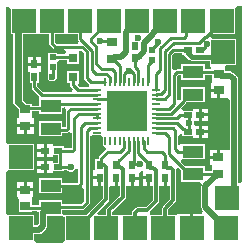
<source format=gtl>
G04*
G04 #@! TF.GenerationSoftware,Altium Limited,Altium Designer,25.0.2 (28)*
G04*
G04 Layer_Physical_Order=1*
G04 Layer_Color=255*
%FSLAX44Y44*%
%MOMM*%
G71*
G04*
G04 #@! TF.SameCoordinates,094DCD80-2F59-4459-B3C7-35127A891B43*
G04*
G04*
G04 #@! TF.FilePolarity,Positive*
G04*
G01*
G75*
%ADD11C,0.2540*%
%ADD12C,0.3000*%
%ADD15R,1.8000X1.1000*%
%ADD16R,0.9000X0.8000*%
%ADD17R,0.8000X0.8000*%
%ADD28R,0.5400X0.7901*%
%ADD29R,0.5400X0.5657*%
%ADD30R,0.7901X0.5400*%
%ADD31O,0.8000X0.2000*%
%ADD32O,0.2000X0.8000*%
%ADD33R,3.4000X3.4000*%
%ADD34C,0.4000*%
%ADD35C,0.5000*%
%ADD36C,0.3500*%
%ADD37C,0.6000*%
%ADD38R,2.0000X2.0000*%
%ADD39C,0.6000*%
G36*
X36661Y169305D02*
X36837Y168419D01*
X37339Y167668D01*
X40273Y164733D01*
X41024Y164232D01*
X41910Y164056D01*
X49310D01*
X50792Y161669D01*
X50508Y160983D01*
X49574Y160067D01*
X43392D01*
Y161327D01*
X35992D01*
Y155211D01*
X35992Y153671D01*
X35992Y151131D01*
Y145014D01*
X35992D01*
X35712Y142590D01*
X35370Y141766D01*
Y140174D01*
X35979Y138704D01*
X37104Y137579D01*
X38574Y136970D01*
X40166D01*
X41636Y137579D01*
X42761Y138704D01*
X43370Y140174D01*
Y141766D01*
X43076Y142474D01*
X43392Y145014D01*
X43392D01*
X43392Y153642D01*
X45188Y155438D01*
X51513D01*
Y151968D01*
X61513D01*
Y161516D01*
X61513Y161968D01*
X61861Y162632D01*
X64275Y162927D01*
X66266Y161094D01*
Y139700D01*
X66442Y138814D01*
X66943Y138063D01*
X69979Y135028D01*
X70729Y134527D01*
X70756Y134521D01*
X70505Y131981D01*
X62195D01*
X60860Y133657D01*
X61516Y135979D01*
X61516D01*
Y145979D01*
X51516D01*
Y135979D01*
X54201D01*
Y133984D01*
X54378Y133098D01*
X54879Y132347D01*
X56884Y130343D01*
X55832Y127803D01*
X31680D01*
X26444Y133039D01*
Y135649D01*
X27830D01*
Y145010D01*
X29370D01*
Y150231D01*
X24130D01*
X18890D01*
Y145010D01*
X20430D01*
Y135649D01*
X21816D01*
Y132080D01*
X21992Y131194D01*
X22493Y130443D01*
X28034Y124902D01*
X27763Y122362D01*
X27763Y122362D01*
Y116397D01*
X22009D01*
Y118256D01*
X17277D01*
X14238Y121294D01*
Y177203D01*
X25435D01*
X26008Y177203D01*
X27975D01*
X28548Y177203D01*
X36661D01*
Y169305D01*
D02*
G37*
G36*
X60627Y173278D02*
X60803Y172393D01*
X61305Y171642D01*
X61916Y171031D01*
X60944Y168685D01*
X42869D01*
X41290Y170264D01*
Y177203D01*
X49975D01*
Y177203D01*
X51942D01*
Y177203D01*
X60627D01*
Y173278D01*
D02*
G37*
G36*
X148890Y159529D02*
X151136D01*
X151677Y158719D01*
X155030Y155366D01*
X155030Y155366D01*
X156022Y154703D01*
X157193Y154470D01*
X173084D01*
Y150816D01*
X173084D01*
X173766Y148276D01*
X172940Y147147D01*
X172882Y147111D01*
X168477D01*
Y151296D01*
X148477D01*
Y147111D01*
X144796D01*
X143911Y146934D01*
X143333Y146548D01*
X142204Y146800D01*
X140793Y147385D01*
Y159109D01*
X142597Y160914D01*
X148890D01*
Y159529D01*
D02*
G37*
G36*
X174898Y138455D02*
X174898Y138376D01*
X174706Y135915D01*
X173358D01*
Y130645D01*
X180398D01*
Y129375D01*
X181668D01*
Y122835D01*
X186931D01*
X187438Y122835D01*
X189471Y121613D01*
Y79221D01*
X186989Y79082D01*
X186931Y79082D01*
X181219D01*
Y72542D01*
X179949D01*
Y71272D01*
X172909D01*
Y66002D01*
X174257D01*
X174449Y63542D01*
X174449Y63462D01*
Y60877D01*
X168477D01*
Y65063D01*
X151751D01*
X148160Y68654D01*
X149344Y71062D01*
X168477D01*
Y84062D01*
X148477D01*
Y84062D01*
X145937Y83483D01*
X145824Y83558D01*
Y91152D01*
X148364Y92578D01*
X148820Y92299D01*
X148889Y92160D01*
Y90548D01*
X158251D01*
Y89008D01*
X163471D01*
Y94248D01*
Y99488D01*
X159819D01*
X158940Y100804D01*
Y102396D01*
X159584Y103360D01*
X163471D01*
Y108600D01*
Y113840D01*
X158251D01*
Y112300D01*
X149645D01*
X148384Y114631D01*
X152384Y118631D01*
X152829Y119297D01*
X168477D01*
Y132297D01*
X148477D01*
Y122039D01*
X147635Y121250D01*
X147160Y120945D01*
X145333Y121637D01*
X144662Y122175D01*
Y141389D01*
X145755Y142482D01*
X148477D01*
Y138296D01*
X168477D01*
Y142482D01*
X174898D01*
Y138455D01*
D02*
G37*
G36*
X4008Y198477D02*
Y177203D01*
X6082D01*
Y119605D01*
X6082Y119605D01*
X6392Y118044D01*
X7276Y116721D01*
X11009Y112988D01*
Y108335D01*
X11009Y108256D01*
X10817Y105795D01*
X9469D01*
Y100525D01*
X16509D01*
X23549D01*
Y105795D01*
X22201D01*
X22009Y108256D01*
X22009Y108335D01*
Y111768D01*
X27763D01*
Y109362D01*
X47763D01*
Y114574D01*
X49840Y114885D01*
X50744Y112489D01*
X50568Y111603D01*
Y98357D01*
X50436Y98225D01*
X47763D01*
Y103363D01*
X27763D01*
Y90363D01*
X47763D01*
Y93596D01*
X51395D01*
X52280Y93772D01*
X53031Y94274D01*
X53158Y94401D01*
X55698Y93349D01*
Y80828D01*
X55566Y80696D01*
X48977D01*
Y82081D01*
X39616D01*
Y83621D01*
X34396D01*
Y78381D01*
Y73141D01*
X39616D01*
Y74681D01*
X43889D01*
Y68104D01*
X39616D01*
Y69644D01*
X34396D01*
Y64404D01*
Y59164D01*
X39616D01*
Y60704D01*
X48977D01*
Y62194D01*
X51668D01*
X52640Y61223D01*
X54110Y60614D01*
X55701D01*
X57172Y61223D01*
X58297Y62348D01*
X58574Y63016D01*
X61114Y62511D01*
Y51224D01*
X60981Y51091D01*
X47763D01*
Y55277D01*
X27763D01*
Y42277D01*
X47763D01*
Y46462D01*
X61940D01*
X62826Y46639D01*
X63577Y47140D01*
X63726Y47289D01*
X66266Y46237D01*
Y35249D01*
X63811Y32794D01*
X47763D01*
Y36278D01*
X27763D01*
Y32092D01*
X21729D01*
Y36208D01*
X21729Y36287D01*
X21921Y38748D01*
X23269D01*
Y44018D01*
X16229D01*
X9189D01*
Y38748D01*
X10537D01*
X10729Y36287D01*
X10729Y36208D01*
Y26287D01*
X21729D01*
Y27463D01*
X25241D01*
X27695Y26778D01*
Y16231D01*
X26462Y14999D01*
X23776D01*
Y23453D01*
X2540D01*
X1776Y23453D01*
X0Y25258D01*
Y60394D01*
X1975Y61756D01*
X2540Y61757D01*
X23976D01*
Y83757D01*
X2540D01*
X1975Y83757D01*
X0Y85119D01*
Y199554D01*
X1840Y200100D01*
X4008Y198477D01*
D02*
G37*
G36*
X200123Y200615D02*
Y51967D01*
X197583Y50550D01*
X196624Y51142D01*
X196609Y51166D01*
Y138947D01*
X196337Y140312D01*
X195563Y141470D01*
X192634Y144399D01*
X191477Y145173D01*
X190111Y145444D01*
X185898D01*
Y148376D01*
X185898D01*
X186138Y150816D01*
X195084D01*
Y172816D01*
X174254D01*
X173202Y175356D01*
X175049Y177203D01*
X193776D01*
Y199203D01*
X195712Y200660D01*
X200079D01*
X200123Y200615D01*
D02*
G37*
G36*
X136060Y48814D02*
X139160D01*
Y37355D01*
X132818Y31012D01*
X132265Y30185D01*
X132071Y29210D01*
Y23453D01*
X122833D01*
X122400Y23868D01*
X122284Y26879D01*
X128983Y33577D01*
X129590Y34487D01*
X129804Y35560D01*
Y48814D01*
X133520D01*
Y55305D01*
X136060D01*
Y48814D01*
D02*
G37*
G36*
X115623Y61035D02*
X115690Y60947D01*
Y56575D01*
X120930D01*
Y55305D01*
X122200D01*
Y48814D01*
X124196D01*
Y36721D01*
X118219Y30744D01*
X111760D01*
X110687Y30530D01*
X109777Y29923D01*
X107727Y27872D01*
X107119Y26963D01*
X106906Y25890D01*
Y23453D01*
X98135D01*
Y23453D01*
X95963D01*
Y23453D01*
X90214D01*
Y26559D01*
X101006Y37351D01*
X101614Y38261D01*
X101828Y39334D01*
Y45960D01*
X101831Y48499D01*
X105801D01*
Y54990D01*
X107071D01*
Y56260D01*
X112311D01*
Y59081D01*
X114583Y61132D01*
X114770Y61169D01*
X115623Y61035D01*
D02*
G37*
G36*
X94481Y48612D02*
X96220D01*
Y40495D01*
X85428Y29703D01*
X84820Y28793D01*
X84606Y27720D01*
Y23453D01*
X78303D01*
X77331Y25800D01*
X86892Y35361D01*
X87445Y36188D01*
X87639Y37163D01*
Y46210D01*
X87971Y48612D01*
X91941D01*
Y55102D01*
X94481D01*
Y48612D01*
D02*
G37*
G36*
X73465Y91781D02*
X74245Y91626D01*
X80245D01*
X80500Y91483D01*
X82062Y89921D01*
X82205Y89665D01*
Y83665D01*
X82360Y82885D01*
X82802Y82223D01*
X83464Y81781D01*
X83996Y81675D01*
X84393Y80929D01*
X84776Y79142D01*
X84723Y79107D01*
X79067Y73450D01*
X78565Y72699D01*
X78389Y71813D01*
Y71156D01*
X75652D01*
Y61795D01*
X74112D01*
Y56575D01*
X79352D01*
Y55305D01*
X80622D01*
Y48814D01*
X82541D01*
Y38219D01*
X67775Y23453D01*
X50303D01*
X49791Y23453D01*
X47763Y24690D01*
Y28166D01*
X64770D01*
X65656Y28342D01*
X66407Y28843D01*
X70217Y32653D01*
X70718Y33404D01*
X70894Y34290D01*
Y90676D01*
X71304Y91008D01*
X73435Y91801D01*
X73465Y91781D01*
D02*
G37*
G36*
X148477Y61790D02*
Y52063D01*
X164463D01*
X165716Y49523D01*
X165613Y49369D01*
X165341Y48003D01*
Y30283D01*
X165613Y28918D01*
X166387Y27760D01*
X166807Y27340D01*
X165835Y24993D01*
X158750D01*
Y12453D01*
X156210D01*
Y24993D01*
X144940D01*
X144308Y23453D01*
X137169D01*
Y28154D01*
X143511Y34497D01*
X144064Y35324D01*
X144258Y36299D01*
Y61998D01*
X144154Y62521D01*
X145390Y63608D01*
X146249Y64019D01*
X148477Y61790D01*
D02*
G37*
G36*
X47251Y23278D02*
X47763Y23278D01*
X49791Y22041D01*
Y1453D01*
X47784Y165D01*
X25751Y89D01*
X23776Y2622D01*
Y7861D01*
X27940D01*
X29306Y8133D01*
X30463Y8907D01*
X33787Y12230D01*
X34560Y13388D01*
X34832Y14753D01*
Y23278D01*
X47251D01*
D02*
G37*
%LPC*%
G36*
X29370Y157991D02*
X25400D01*
Y152771D01*
X29370D01*
Y157991D01*
D02*
G37*
G36*
X22860D02*
X18890D01*
Y152771D01*
X22860D01*
Y157991D01*
D02*
G37*
G36*
X179128Y128105D02*
X173358D01*
Y122835D01*
X179128D01*
Y128105D01*
D02*
G37*
G36*
X171231Y113840D02*
X166011D01*
Y109870D01*
X171231D01*
Y113840D01*
D02*
G37*
G36*
Y107330D02*
X166011D01*
Y103360D01*
X171231D01*
Y107330D01*
D02*
G37*
G36*
Y99488D02*
X166011D01*
Y95518D01*
X171231D01*
Y99488D01*
D02*
G37*
G36*
Y92978D02*
X166011D01*
Y89008D01*
X171231D01*
Y92978D01*
D02*
G37*
G36*
X178679Y79082D02*
X172909D01*
Y73812D01*
X178679D01*
Y79082D01*
D02*
G37*
G36*
X23549Y97985D02*
X17779D01*
Y92715D01*
X23549D01*
Y97985D01*
D02*
G37*
G36*
X15239D02*
X9469D01*
Y92715D01*
X15239D01*
Y97985D01*
D02*
G37*
G36*
X31856Y83621D02*
X26635D01*
Y79651D01*
X31856D01*
Y83621D01*
D02*
G37*
G36*
Y77111D02*
X26635D01*
Y73141D01*
X31856D01*
Y77111D01*
D02*
G37*
G36*
Y69644D02*
X26635D01*
Y65674D01*
X31856D01*
Y69644D01*
D02*
G37*
G36*
Y63134D02*
X26635D01*
Y59164D01*
X31856D01*
Y63134D01*
D02*
G37*
G36*
X23269Y51828D02*
X17499D01*
Y46558D01*
X23269D01*
Y51828D01*
D02*
G37*
G36*
X14959D02*
X9189D01*
Y46558D01*
X14959D01*
Y51828D01*
D02*
G37*
G36*
X119660Y54035D02*
X115690D01*
Y48814D01*
X119660D01*
Y54035D01*
D02*
G37*
G36*
X112311Y53720D02*
X108341D01*
Y48499D01*
X112311D01*
Y53720D01*
D02*
G37*
G36*
X78082Y54035D02*
X74112D01*
Y48814D01*
X78082D01*
Y54035D01*
D02*
G37*
%LPD*%
D11*
X55045Y113765D02*
X77145D01*
X77245Y113665D01*
X61589Y109667D02*
X77245D01*
X123302Y164100D02*
X128353Y169151D01*
X123302Y163972D02*
Y164100D01*
X128353Y169151D02*
Y170003D01*
X91026Y121666D02*
X92096Y120596D01*
X77245Y121666D02*
X91026D01*
X79399Y171297D02*
X88707D01*
X89776Y170229D01*
X78179Y179473D02*
X86702Y187996D01*
X71793Y172881D02*
X78179Y179266D01*
X71793Y170777D02*
Y172881D01*
X78179Y179266D02*
Y179473D01*
X71793Y170777D02*
X76636Y165934D01*
X86702Y187996D02*
X86909D01*
X76636Y151964D02*
Y165934D01*
X62942Y173278D02*
X73096Y163124D01*
Y146614D02*
Y163124D01*
X76636Y151964D02*
X81280Y147320D01*
X73096Y146614D02*
X76200Y143510D01*
X68580Y139700D02*
X71615Y136665D01*
X64770Y166370D02*
X68580Y162560D01*
Y139700D02*
Y162560D01*
X41910Y166370D02*
X64770D01*
X165991Y163229D02*
X169386Y166623D01*
Y168003D02*
X170048Y168665D01*
X164741Y163229D02*
X165991D01*
X169386Y166623D02*
Y168003D01*
X141989Y169738D02*
X163667D01*
X168535Y174605D01*
X108264Y67038D02*
Y86645D01*
Y66226D02*
Y67038D01*
X113306D01*
X108218D02*
X108264D01*
X107071Y65891D02*
X108218Y67038D01*
X130736Y164933D02*
X139793Y173990D01*
X151130D01*
X130736Y147008D02*
Y164933D01*
X168535Y174605D02*
X169178D01*
X182605Y188032D01*
Y188203D01*
X46203Y64404D02*
Y78381D01*
X70981Y97395D02*
X76975D01*
X68580Y94994D02*
X70981Y97395D01*
X68580Y34290D02*
Y94994D01*
X63428Y98253D02*
X66571Y101396D01*
X63428Y50265D02*
Y98253D01*
X61940Y48777D02*
X63428Y50265D01*
X66571Y101396D02*
X76975D01*
X46203Y64404D02*
X46308Y64509D01*
X54801D02*
X54906Y64614D01*
X46308Y64509D02*
X54801D01*
X44027Y64404D02*
X46203D01*
X77245Y105666D02*
Y109667D01*
X154940Y101600D02*
Y107500D01*
X153840Y108600D02*
X154940Y107500D01*
Y95348D02*
Y101600D01*
X153840Y94248D02*
X154940Y95348D01*
X12975Y72757D02*
X14339Y71393D01*
X79111Y66446D02*
X80703Y68039D01*
X86360Y77470D02*
X96520D01*
X95031Y66206D02*
Y69161D01*
X80703Y68039D02*
Y71813D01*
X104244Y78373D02*
Y86665D01*
X95031Y69161D02*
X104244Y78373D01*
X80703Y71813D02*
X86360Y77470D01*
X96520D02*
X99976Y80926D01*
X18163Y29778D02*
X34263D01*
X151130Y173990D02*
X152618Y175478D01*
Y182012D02*
X158809Y188203D01*
X152618Y175478D02*
Y182012D01*
X134938Y162687D02*
X141989Y169738D01*
X134938Y129736D02*
Y162687D01*
X127245Y143518D02*
X130736Y147008D01*
X138478Y125917D02*
Y160068D01*
X131139Y125936D02*
X134938Y129736D01*
X138478Y160068D02*
X141639Y163229D01*
X134497Y121936D02*
X138478Y125917D01*
X111975Y136935D02*
X112245Y136665D01*
X111975Y136935D02*
Y139935D01*
X111784Y140125D02*
X111975Y139935D01*
X111784Y140125D02*
Y146446D01*
X109113Y149118D02*
X111784Y146446D01*
X109113Y149118D02*
Y156438D01*
X89776Y156228D02*
X90276D01*
X96246Y136665D02*
Y150259D01*
X90276Y156228D02*
X96246Y150259D01*
X62942Y173278D02*
Y188203D01*
X38975Y169305D02*
X41910Y166370D01*
X38975Y169305D02*
Y188203D01*
X127515Y125936D02*
X131139D01*
X52882Y111603D02*
X55045Y113765D01*
X52882Y97398D02*
Y111603D01*
X81280Y147320D02*
X90170D01*
X92245Y145245D01*
Y136665D02*
Y145245D01*
X76200Y143510D02*
X85090D01*
X87975Y136935D02*
X88245Y136665D01*
X87975Y136935D02*
Y140625D01*
X85090Y143510D02*
X87975Y140625D01*
X71615Y136665D02*
X84244D01*
X39370Y140970D02*
X39692Y141292D01*
Y148843D01*
X127245Y129667D02*
Y143518D01*
X141639Y163229D02*
X153840D01*
X127245Y125666D02*
X127515Y125936D01*
X100246Y143426D02*
X102503Y145683D01*
X104153D02*
X104624Y146154D01*
X106091Y145683D02*
X108244Y143530D01*
Y136665D02*
Y143530D01*
X104624Y146154D02*
X105095Y145683D01*
X102503D02*
X104153D01*
X105095D02*
X106091D01*
X100246Y136665D02*
Y143426D01*
X124460Y154812D02*
Y154940D01*
X120246Y136665D02*
Y150598D01*
X124460Y154812D01*
X127515Y121936D02*
X134497D01*
X142348Y118218D02*
Y142348D01*
X137795Y113665D02*
X142348Y118218D01*
Y142348D02*
X144796Y144796D01*
X127245Y121666D02*
X127515Y121936D01*
X178977Y144796D02*
X180398Y143376D01*
X158477Y144796D02*
X178977D01*
X144796D02*
X158477D01*
X127245Y113665D02*
X137795D01*
X150747Y121567D02*
X154977Y125797D01*
X158477D01*
X140147Y109667D02*
X150747Y120267D01*
Y121567D01*
X127245Y109667D02*
X140147D01*
X158477Y58563D02*
X179928D01*
X179949Y58542D01*
X138430Y75111D02*
Y90170D01*
Y75111D02*
X154977Y58563D01*
X158477D01*
X145958Y77562D02*
X158477D01*
X143510Y80010D02*
X145958Y77562D01*
X143510Y80010D02*
Y95250D01*
X127245Y93665D02*
X134935D01*
X138430Y90170D01*
X141095Y97665D02*
X143510Y95250D01*
X127245Y97665D02*
X141095D01*
X127245Y105666D02*
X144550D01*
X147484Y108600D02*
X153840D01*
X144550Y105666D02*
X147484Y108600D01*
X152589Y94248D02*
X153840D01*
X150451Y96387D02*
X152589Y94248D01*
X144565Y101666D02*
X149844Y96387D01*
X150451D01*
X127245Y101666D02*
X144565D01*
X116516Y80534D02*
X119580Y77470D01*
X116516Y80534D02*
Y86395D01*
X119580Y77470D02*
X132080D01*
X134790Y66206D02*
Y74760D01*
X132080Y77470D02*
X134790Y74760D01*
X116245Y86665D02*
X116516Y86395D01*
X112245Y76748D02*
X121537Y67456D01*
X112245Y76748D02*
Y86665D01*
X108244D02*
X108264Y86645D01*
Y66226D02*
X108284Y66206D01*
X99976Y80926D02*
Y86395D01*
X100246Y86665D01*
X37763Y29778D02*
X38465Y30480D01*
X64770D01*
X68580Y34290D01*
X76975Y97395D02*
X77245Y97665D01*
X41566Y48777D02*
X61940D01*
X58013Y79869D02*
Y106090D01*
X61589Y109667D01*
X56525Y78381D02*
X58013Y79869D01*
X46203Y78381D02*
X56525D01*
X41566Y95910D02*
X51395D01*
X52882Y97398D01*
X17336Y114083D02*
X36936D01*
X40519Y117665D02*
X77245D01*
X36936Y114083D02*
X40519Y117665D01*
X16509Y31432D02*
X18163Y29778D01*
X76975Y101396D02*
X77245Y101666D01*
X24130Y132080D02*
Y140599D01*
Y132080D02*
X30721Y125489D01*
X77067D01*
X77245Y125666D01*
X55730Y157752D02*
X56513Y156968D01*
X39550Y157752D02*
X55730D01*
X56516Y133984D02*
Y140979D01*
Y133984D02*
X60833Y129667D01*
X77245D01*
D12*
X69291Y21364D02*
X85090Y37163D01*
Y64448D01*
X69291Y20953D02*
Y21364D01*
X60791Y12453D02*
X69291Y20953D01*
X83333Y66206D02*
X85090Y64448D01*
X79352Y66206D02*
X83333D01*
X134620Y13765D02*
Y29210D01*
X133308Y12453D02*
X134620Y13765D01*
X139952Y63755D02*
X141709Y61998D01*
Y36299D02*
Y61998D01*
X135990Y63755D02*
X139952D01*
X134620Y29210D02*
X141709Y36299D01*
X134790Y64955D02*
Y66206D01*
Y64955D02*
X135990Y63755D01*
D15*
X158477Y77562D02*
D03*
Y58563D02*
D03*
Y125797D02*
D03*
Y144796D02*
D03*
X37763Y29778D02*
D03*
Y48777D02*
D03*
Y115863D02*
D03*
Y96863D02*
D03*
D16*
X179949Y72542D02*
D03*
Y58542D02*
D03*
X180398Y129375D02*
D03*
Y143376D02*
D03*
X16229Y45288D02*
D03*
Y31287D02*
D03*
X16509Y99255D02*
D03*
Y113256D02*
D03*
X89776Y170229D02*
D03*
Y156228D02*
D03*
D17*
X56516Y140979D02*
D03*
X56513Y156968D02*
D03*
D28*
X109113Y167339D02*
D03*
Y156438D02*
D03*
X79352Y55305D02*
D03*
Y66206D02*
D03*
X120930D02*
D03*
Y55305D02*
D03*
X134790D02*
D03*
Y66206D02*
D03*
X93211Y55103D02*
D03*
Y66004D02*
D03*
X107071Y65891D02*
D03*
Y54990D02*
D03*
X24130Y140599D02*
D03*
Y151501D02*
D03*
D29*
X123302Y163972D02*
D03*
Y155316D02*
D03*
X39692Y157499D02*
D03*
Y148843D02*
D03*
D30*
X164741Y163229D02*
D03*
X153840D02*
D03*
X153840Y108600D02*
D03*
X164741D02*
D03*
Y94248D02*
D03*
X153840D02*
D03*
X33126Y64404D02*
D03*
X44027D02*
D03*
X33126Y78381D02*
D03*
X44027D02*
D03*
D31*
X77245Y129667D02*
D03*
Y125666D02*
D03*
Y121666D02*
D03*
Y117665D02*
D03*
Y113665D02*
D03*
Y109667D02*
D03*
Y105666D02*
D03*
Y101666D02*
D03*
Y97665D02*
D03*
Y93665D02*
D03*
X127245D02*
D03*
Y97665D02*
D03*
Y101666D02*
D03*
Y105666D02*
D03*
Y109667D02*
D03*
Y113665D02*
D03*
Y117665D02*
D03*
Y121666D02*
D03*
Y125666D02*
D03*
Y129667D02*
D03*
D32*
X84244Y136665D02*
D03*
X88245D02*
D03*
X92245D02*
D03*
X96246D02*
D03*
X100246D02*
D03*
X104244D02*
D03*
X108244D02*
D03*
X112245D02*
D03*
X116245D02*
D03*
X120246D02*
D03*
Y86665D02*
D03*
X116245D02*
D03*
X112245D02*
D03*
X108244D02*
D03*
X104244D02*
D03*
X100246D02*
D03*
X96246D02*
D03*
X92245D02*
D03*
X88245D02*
D03*
X84244D02*
D03*
D33*
X102245Y111666D02*
D03*
D34*
X157193Y157529D02*
X176659D01*
X153840Y160881D02*
X157193Y157529D01*
X153840Y160881D02*
Y163229D01*
X176659Y157529D02*
X183221Y164090D01*
D35*
X124375Y176753D02*
Y177736D01*
X117102Y169480D02*
X124375Y176753D01*
X112641Y157888D02*
X117102Y162350D01*
Y169480D01*
X13799Y11430D02*
X27940D01*
X12776Y12453D02*
X13799Y11430D01*
X27940D02*
X31263Y14753D01*
X34263Y29778D02*
X37763D01*
X31263Y26778D02*
X34263Y29778D01*
X31263Y14753D02*
Y26778D01*
X168910Y30283D02*
X186740Y12453D01*
X168910Y48003D02*
X179449Y58542D01*
X168910Y30283D02*
Y48003D01*
X179449Y58542D02*
X179949D01*
X190111Y141876D02*
X193040Y138947D01*
X181898Y141876D02*
X190111D01*
X186896Y38159D02*
X193040Y44303D01*
Y138947D01*
X180398Y143376D02*
X181898Y141876D01*
X124375Y177736D02*
X134842Y188203D01*
X109313Y157888D02*
X112641D01*
X109113Y157688D02*
X109313Y157888D01*
X109113Y156438D02*
Y157688D01*
X101397Y178725D02*
X110875Y188203D01*
X97401Y157728D02*
X101397Y161724D01*
Y178725D01*
X89776Y156228D02*
X91276Y157728D01*
X97401D01*
X36936Y115036D02*
X37763Y115863D01*
X16509Y113256D02*
X17336Y114083D01*
D36*
X87410Y27720D02*
X99024Y39334D01*
X84963Y12453D02*
X87410Y14900D01*
Y27720D01*
X97010Y64770D02*
X99024Y62756D01*
X94161Y64770D02*
X97010D01*
X99024Y39334D02*
Y62756D01*
X93211Y65720D02*
Y66004D01*
Y65720D02*
X94161Y64770D01*
X109135Y12453D02*
X109710Y13028D01*
Y25890D01*
X111760Y27940D01*
X119380D01*
X127000Y35560D01*
X121881Y64005D02*
X124950D01*
X127000Y61955D01*
Y35560D02*
Y61955D01*
X120930Y64955D02*
X121881Y64005D01*
X120930Y64955D02*
Y66206D01*
D37*
X10160Y119605D02*
Y183354D01*
X15008Y188203D01*
X10160Y119605D02*
X15009Y114756D01*
X16009Y113256D02*
X16509D01*
X15009Y114256D02*
X16009Y113256D01*
X15009Y114256D02*
Y114756D01*
D38*
X133308Y12453D02*
D03*
X12776D02*
D03*
X12975Y72757D02*
D03*
X60791Y12453D02*
D03*
X84963D02*
D03*
X109135D02*
D03*
X157480D02*
D03*
X186740D02*
D03*
X186896Y38159D02*
D03*
X184084Y161816D02*
D03*
X182775Y188203D02*
D03*
X158809D02*
D03*
X134842D02*
D03*
X110875D02*
D03*
X86909D02*
D03*
X62942D02*
D03*
X38975D02*
D03*
X15008D02*
D03*
D39*
X134612Y42400D02*
D03*
X110490Y43180D02*
D03*
X76514Y43040D02*
D03*
X79399Y171297D02*
D03*
X24130Y170180D02*
D03*
X91418Y44004D02*
D03*
X180340Y118110D02*
D03*
X113306Y67038D02*
D03*
X6615Y91538D02*
D03*
X111622Y174071D02*
D03*
X128353Y170003D02*
D03*
X170048Y168665D02*
D03*
X109220Y102870D02*
D03*
X92710D02*
D03*
X109220Y120650D02*
D03*
X92096Y120596D02*
D03*
X54906Y64614D02*
D03*
X154940Y101600D02*
D03*
X39370Y140970D02*
D03*
X104624Y146154D02*
D03*
M02*

</source>
